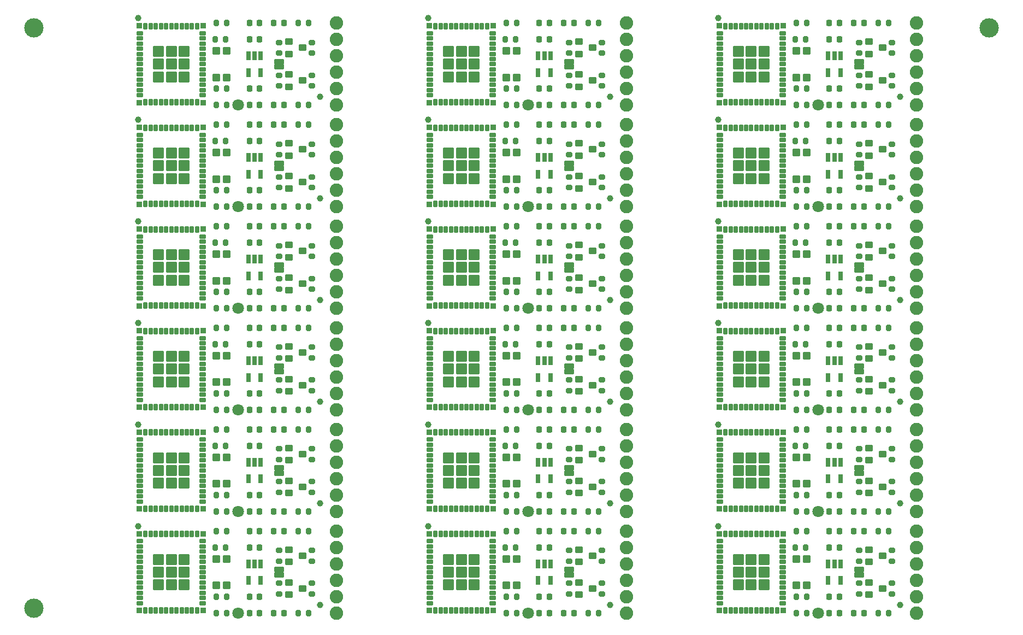
<source format=gts>
%TF.GenerationSoftware,KiCad,Pcbnew,7.0.6*%
%TF.CreationDate,2023-11-19T12:50:21-07:00*%
%TF.ProjectId,SparkFun_BlueSMiRF-ESP32-PTH_panelized,53706172-6b46-4756-9e5f-426c7565534d,rev?*%
%TF.SameCoordinates,Original*%
%TF.FileFunction,Soldermask,Top*%
%TF.FilePolarity,Negative*%
%FSLAX46Y46*%
G04 Gerber Fmt 4.6, Leading zero omitted, Abs format (unit mm)*
G04 Created by KiCad (PCBNEW 7.0.6) date 2023-11-19 12:50:21*
%MOMM*%
%LPD*%
G01*
G04 APERTURE LIST*
G04 Aperture macros list*
%AMRoundRect*
0 Rectangle with rounded corners*
0 $1 Rounding radius*
0 $2 $3 $4 $5 $6 $7 $8 $9 X,Y pos of 4 corners*
0 Add a 4 corners polygon primitive as box body*
4,1,4,$2,$3,$4,$5,$6,$7,$8,$9,$2,$3,0*
0 Add four circle primitives for the rounded corners*
1,1,$1+$1,$2,$3*
1,1,$1+$1,$4,$5*
1,1,$1+$1,$6,$7*
1,1,$1+$1,$8,$9*
0 Add four rect primitives between the rounded corners*
20,1,$1+$1,$2,$3,$4,$5,0*
20,1,$1+$1,$4,$5,$6,$7,0*
20,1,$1+$1,$6,$7,$8,$9,0*
20,1,$1+$1,$8,$9,$2,$3,0*%
G04 Aperture macros list end*
%ADD10C,1.000000*%
%ADD11RoundRect,0.218750X-0.218750X-0.256250X0.218750X-0.256250X0.218750X0.256250X-0.218750X0.256250X0*%
%ADD12RoundRect,0.101600X-0.450000X0.400000X-0.450000X-0.400000X0.450000X-0.400000X0.450000X0.400000X0*%
%ADD13C,3.000000*%
%ADD14RoundRect,0.200000X-0.200000X-0.275000X0.200000X-0.275000X0.200000X0.275000X-0.200000X0.275000X0*%
%ADD15RoundRect,0.200000X0.200000X0.275000X-0.200000X0.275000X-0.200000X-0.275000X0.200000X-0.275000X0*%
%ADD16C,1.803200*%
%ADD17RoundRect,0.101600X0.275000X0.600000X-0.275000X0.600000X-0.275000X-0.600000X0.275000X-0.600000X0*%
%ADD18RoundRect,0.225000X0.225000X0.250000X-0.225000X0.250000X-0.225000X-0.250000X0.225000X-0.250000X0*%
%ADD19RoundRect,0.200000X-0.275000X0.200000X-0.275000X-0.200000X0.275000X-0.200000X0.275000X0.200000X0*%
%ADD20RoundRect,0.200000X0.275000X-0.200000X0.275000X0.200000X-0.275000X0.200000X-0.275000X-0.200000X0*%
%ADD21RoundRect,0.101600X0.200000X0.400000X-0.200000X0.400000X-0.200000X-0.400000X0.200000X-0.400000X0*%
%ADD22RoundRect,0.101600X0.400000X-0.200000X0.400000X0.200000X-0.400000X0.200000X-0.400000X-0.200000X0*%
%ADD23RoundRect,0.101600X0.725000X-0.725000X0.725000X0.725000X-0.725000X0.725000X-0.725000X-0.725000X0*%
%ADD24RoundRect,0.101600X0.350000X-0.350000X0.350000X0.350000X-0.350000X0.350000X-0.350000X-0.350000X0*%
%ADD25C,2.082800*%
%ADD26RoundRect,0.101600X0.500000X-0.450000X0.500000X0.450000X-0.500000X0.450000X-0.500000X-0.450000X0*%
%ADD27RoundRect,0.085000X-0.635000X0.317500X-0.635000X-0.317500X0.635000X-0.317500X0.635000X0.317500X0*%
G04 APERTURE END LIST*
D10*
%TO.C,FID2*%
X34290000Y2540000D03*
%TD*%
%TO.C,FID2*%
X79240000Y49760000D03*
%TD*%
%TO.C,FID2*%
X79240000Y18280000D03*
%TD*%
%TO.C,FID2*%
X79240000Y65500000D03*
%TD*%
%TO.C,FID2*%
X79240000Y81240000D03*
%TD*%
%TO.C,FID2*%
X34290000Y18280000D03*
%TD*%
%TO.C,FID2*%
X34290000Y49760000D03*
%TD*%
%TO.C,FID2*%
X124190000Y2540000D03*
%TD*%
%TO.C,FID2*%
X34290000Y81240000D03*
%TD*%
%TO.C,FID2*%
X79240000Y2540000D03*
%TD*%
%TO.C,FID2*%
X34290000Y34020000D03*
%TD*%
%TO.C,FID2*%
X34290000Y65500000D03*
%TD*%
%TO.C,FID2*%
X79240000Y34020000D03*
%TD*%
%TO.C,FID2*%
X124190000Y65500000D03*
%TD*%
%TO.C,FID2*%
X124190000Y18280000D03*
%TD*%
%TO.C,FID2*%
X124190000Y49760000D03*
%TD*%
%TO.C,FID2*%
X124190000Y34020000D03*
%TD*%
%TO.C,FID2*%
X124190000Y81240000D03*
%TD*%
D11*
%TO.C,D1*%
X27152500Y13970000D03*
X28727500Y13970000D03*
%TD*%
%TO.C,D1*%
X117052500Y61190000D03*
X118627500Y61190000D03*
%TD*%
%TO.C,D1*%
X117052500Y76930000D03*
X118627500Y76930000D03*
%TD*%
%TO.C,D1*%
X72102500Y29710000D03*
X73677500Y29710000D03*
%TD*%
%TO.C,D1*%
X117052500Y13970000D03*
X118627500Y13970000D03*
%TD*%
%TO.C,D1*%
X72102500Y76930000D03*
X73677500Y76930000D03*
%TD*%
%TO.C,D1*%
X27152500Y76930000D03*
X28727500Y76930000D03*
%TD*%
%TO.C,D1*%
X72102500Y61190000D03*
X73677500Y61190000D03*
%TD*%
%TO.C,D1*%
X27152500Y61190000D03*
X28727500Y61190000D03*
%TD*%
%TO.C,D1*%
X27152500Y29710000D03*
X28727500Y29710000D03*
%TD*%
%TO.C,D1*%
X27152500Y45450000D03*
X28727500Y45450000D03*
%TD*%
%TO.C,D1*%
X72102500Y13970000D03*
X73677500Y13970000D03*
%TD*%
%TO.C,D1*%
X27152500Y92670000D03*
X28727500Y92670000D03*
%TD*%
%TO.C,D1*%
X72102500Y45450000D03*
X73677500Y45450000D03*
%TD*%
%TO.C,D1*%
X72102500Y92670000D03*
X73677500Y92670000D03*
%TD*%
%TO.C,D1*%
X117052500Y29710000D03*
X118627500Y29710000D03*
%TD*%
%TO.C,D1*%
X117052500Y45450000D03*
X118627500Y45450000D03*
%TD*%
%TO.C,D1*%
X117052500Y92670000D03*
X118627500Y92670000D03*
%TD*%
D12*
%TO.C,Q2*%
X29480000Y11110000D03*
X29480000Y9210000D03*
X31580000Y10160000D03*
%TD*%
%TO.C,Q2*%
X119380000Y42590000D03*
X119380000Y40690000D03*
X121480000Y41640000D03*
%TD*%
%TO.C,Q2*%
X29480000Y58330000D03*
X29480000Y56430000D03*
X31580000Y57380000D03*
%TD*%
%TO.C,Q2*%
X119380000Y58330000D03*
X119380000Y56430000D03*
X121480000Y57380000D03*
%TD*%
%TO.C,Q2*%
X119380000Y89810000D03*
X119380000Y87910000D03*
X121480000Y88860000D03*
%TD*%
%TO.C,Q2*%
X119380000Y74070000D03*
X119380000Y72170000D03*
X121480000Y73120000D03*
%TD*%
%TO.C,Q2*%
X74430000Y74070000D03*
X74430000Y72170000D03*
X76530000Y73120000D03*
%TD*%
%TO.C,Q2*%
X29480000Y89810000D03*
X29480000Y87910000D03*
X31580000Y88860000D03*
%TD*%
%TO.C,Q2*%
X29480000Y26850000D03*
X29480000Y24950000D03*
X31580000Y25900000D03*
%TD*%
%TO.C,Q2*%
X74430000Y26850000D03*
X74430000Y24950000D03*
X76530000Y25900000D03*
%TD*%
%TO.C,Q2*%
X29480000Y74070000D03*
X29480000Y72170000D03*
X31580000Y73120000D03*
%TD*%
%TO.C,Q2*%
X74430000Y11110000D03*
X74430000Y9210000D03*
X76530000Y10160000D03*
%TD*%
%TO.C,Q2*%
X74430000Y42590000D03*
X74430000Y40690000D03*
X76530000Y41640000D03*
%TD*%
%TO.C,Q2*%
X74430000Y58330000D03*
X74430000Y56430000D03*
X76530000Y57380000D03*
%TD*%
%TO.C,Q2*%
X74430000Y89810000D03*
X74430000Y87910000D03*
X76530000Y88860000D03*
%TD*%
%TO.C,Q2*%
X119380000Y11110000D03*
X119380000Y9210000D03*
X121480000Y10160000D03*
%TD*%
%TO.C,Q2*%
X29480000Y42590000D03*
X29480000Y40690000D03*
X31580000Y41640000D03*
%TD*%
%TO.C,Q2*%
X119380000Y26850000D03*
X119380000Y24950000D03*
X121480000Y25900000D03*
%TD*%
D13*
%TO.C,*%
X138025000Y91940000D03*
%TD*%
D14*
%TO.C,R3*%
X18225000Y13970000D03*
X19875000Y13970000D03*
%TD*%
%TO.C,R3*%
X18225000Y29710000D03*
X19875000Y29710000D03*
%TD*%
%TO.C,R3*%
X18225000Y45450000D03*
X19875000Y45450000D03*
%TD*%
%TO.C,R3*%
X18225000Y61190000D03*
X19875000Y61190000D03*
%TD*%
%TO.C,R3*%
X63175000Y29710000D03*
X64825000Y29710000D03*
%TD*%
%TO.C,R3*%
X108125000Y29710000D03*
X109775000Y29710000D03*
%TD*%
%TO.C,R3*%
X108125000Y13970000D03*
X109775000Y13970000D03*
%TD*%
%TO.C,R3*%
X63175000Y45450000D03*
X64825000Y45450000D03*
%TD*%
%TO.C,R3*%
X108125000Y61190000D03*
X109775000Y61190000D03*
%TD*%
%TO.C,R3*%
X108125000Y76930000D03*
X109775000Y76930000D03*
%TD*%
%TO.C,R3*%
X63175000Y76930000D03*
X64825000Y76930000D03*
%TD*%
%TO.C,R3*%
X63175000Y61190000D03*
X64825000Y61190000D03*
%TD*%
%TO.C,R3*%
X18225000Y76930000D03*
X19875000Y76930000D03*
%TD*%
%TO.C,R3*%
X63175000Y13970000D03*
X64825000Y13970000D03*
%TD*%
%TO.C,R3*%
X108125000Y92670000D03*
X109775000Y92670000D03*
%TD*%
%TO.C,R3*%
X18225000Y92670000D03*
X19875000Y92670000D03*
%TD*%
%TO.C,R3*%
X63175000Y92670000D03*
X64825000Y92670000D03*
%TD*%
%TO.C,R3*%
X108125000Y45450000D03*
X109775000Y45450000D03*
%TD*%
D15*
%TO.C,R5*%
X32575000Y13970000D03*
X30925000Y13970000D03*
%TD*%
%TO.C,R5*%
X32575000Y61190000D03*
X30925000Y61190000D03*
%TD*%
%TO.C,R5*%
X32575000Y76930000D03*
X30925000Y76930000D03*
%TD*%
%TO.C,R5*%
X77525000Y29710000D03*
X75875000Y29710000D03*
%TD*%
%TO.C,R5*%
X32575000Y92670000D03*
X30925000Y92670000D03*
%TD*%
%TO.C,R5*%
X77525000Y13970000D03*
X75875000Y13970000D03*
%TD*%
%TO.C,R5*%
X32575000Y45450000D03*
X30925000Y45450000D03*
%TD*%
%TO.C,R5*%
X32575000Y29710000D03*
X30925000Y29710000D03*
%TD*%
%TO.C,R5*%
X122475000Y92670000D03*
X120825000Y92670000D03*
%TD*%
%TO.C,R5*%
X77525000Y76930000D03*
X75875000Y76930000D03*
%TD*%
%TO.C,R5*%
X77525000Y92670000D03*
X75875000Y92670000D03*
%TD*%
%TO.C,R5*%
X122475000Y76930000D03*
X120825000Y76930000D03*
%TD*%
%TO.C,R5*%
X77525000Y61190000D03*
X75875000Y61190000D03*
%TD*%
%TO.C,R5*%
X122475000Y45450000D03*
X120825000Y45450000D03*
%TD*%
%TO.C,R5*%
X77525000Y45450000D03*
X75875000Y45450000D03*
%TD*%
%TO.C,R5*%
X122475000Y13970000D03*
X120825000Y13970000D03*
%TD*%
%TO.C,R5*%
X122475000Y29710000D03*
X120825000Y29710000D03*
%TD*%
%TO.C,R5*%
X122475000Y61190000D03*
X120825000Y61190000D03*
%TD*%
D13*
%TO.C,*%
X-10025000Y91940000D03*
%TD*%
D16*
%TO.C,TP1*%
X21590000Y1270000D03*
%TD*%
%TO.C,TP1*%
X21590000Y17010000D03*
%TD*%
%TO.C,TP1*%
X21590000Y64230000D03*
%TD*%
%TO.C,TP1*%
X66540000Y1270000D03*
%TD*%
%TO.C,TP1*%
X111490000Y17010000D03*
%TD*%
%TO.C,TP1*%
X21590000Y32750000D03*
%TD*%
%TO.C,TP1*%
X21590000Y48490000D03*
%TD*%
%TO.C,TP1*%
X21590000Y79970000D03*
%TD*%
%TO.C,TP1*%
X66540000Y17010000D03*
%TD*%
%TO.C,TP1*%
X66540000Y32750000D03*
%TD*%
%TO.C,TP1*%
X66540000Y48490000D03*
%TD*%
%TO.C,TP1*%
X66540000Y64230000D03*
%TD*%
%TO.C,TP1*%
X66540000Y79970000D03*
%TD*%
%TO.C,TP1*%
X111490000Y1270000D03*
%TD*%
%TO.C,TP1*%
X111490000Y32750000D03*
%TD*%
%TO.C,TP1*%
X111490000Y64230000D03*
%TD*%
%TO.C,TP1*%
X111490000Y79970000D03*
%TD*%
%TO.C,TP1*%
X111490000Y48490000D03*
%TD*%
D17*
%TO.C,U2*%
X25080000Y8920100D03*
X24130000Y8920100D03*
X23180000Y8920100D03*
X23180000Y6319900D03*
X25080000Y6319900D03*
%TD*%
%TO.C,U2*%
X114980000Y24660100D03*
X114030000Y24660100D03*
X113080000Y24660100D03*
X113080000Y22059900D03*
X114980000Y22059900D03*
%TD*%
%TO.C,U2*%
X25080000Y71880100D03*
X24130000Y71880100D03*
X23180000Y71880100D03*
X23180000Y69279900D03*
X25080000Y69279900D03*
%TD*%
%TO.C,U2*%
X70030000Y40400100D03*
X69080000Y40400100D03*
X68130000Y40400100D03*
X68130000Y37799900D03*
X70030000Y37799900D03*
%TD*%
%TO.C,U2*%
X70030000Y24660100D03*
X69080000Y24660100D03*
X68130000Y24660100D03*
X68130000Y22059900D03*
X70030000Y22059900D03*
%TD*%
%TO.C,U2*%
X25080000Y24660100D03*
X24130000Y24660100D03*
X23180000Y24660100D03*
X23180000Y22059900D03*
X25080000Y22059900D03*
%TD*%
%TO.C,U2*%
X25080000Y56140100D03*
X24130000Y56140100D03*
X23180000Y56140100D03*
X23180000Y53539900D03*
X25080000Y53539900D03*
%TD*%
%TO.C,U2*%
X25080000Y87620100D03*
X24130000Y87620100D03*
X23180000Y87620100D03*
X23180000Y85019900D03*
X25080000Y85019900D03*
%TD*%
%TO.C,U2*%
X70030000Y56140100D03*
X69080000Y56140100D03*
X68130000Y56140100D03*
X68130000Y53539900D03*
X70030000Y53539900D03*
%TD*%
%TO.C,U2*%
X70030000Y71880100D03*
X69080000Y71880100D03*
X68130000Y71880100D03*
X68130000Y69279900D03*
X70030000Y69279900D03*
%TD*%
%TO.C,U2*%
X70030000Y87620100D03*
X69080000Y87620100D03*
X68130000Y87620100D03*
X68130000Y85019900D03*
X70030000Y85019900D03*
%TD*%
%TO.C,U2*%
X114980000Y8920100D03*
X114030000Y8920100D03*
X113080000Y8920100D03*
X113080000Y6319900D03*
X114980000Y6319900D03*
%TD*%
%TO.C,U2*%
X25080000Y40400100D03*
X24130000Y40400100D03*
X23180000Y40400100D03*
X23180000Y37799900D03*
X25080000Y37799900D03*
%TD*%
%TO.C,U2*%
X70030000Y8920100D03*
X69080000Y8920100D03*
X68130000Y8920100D03*
X68130000Y6319900D03*
X70030000Y6319900D03*
%TD*%
%TO.C,U2*%
X114980000Y87620100D03*
X114030000Y87620100D03*
X113080000Y87620100D03*
X113080000Y85019900D03*
X114980000Y85019900D03*
%TD*%
%TO.C,U2*%
X114980000Y40400100D03*
X114030000Y40400100D03*
X113080000Y40400100D03*
X113080000Y37799900D03*
X114980000Y37799900D03*
%TD*%
%TO.C,U2*%
X114980000Y56140100D03*
X114030000Y56140100D03*
X113080000Y56140100D03*
X113080000Y53539900D03*
X114980000Y53539900D03*
%TD*%
%TO.C,U2*%
X114980000Y71880100D03*
X114030000Y71880100D03*
X113080000Y71880100D03*
X113080000Y69279900D03*
X114980000Y69279900D03*
%TD*%
D18*
%TO.C,C1*%
X24905000Y11430000D03*
X23355000Y11430000D03*
%TD*%
%TO.C,C1*%
X114805000Y74390000D03*
X113255000Y74390000D03*
%TD*%
%TO.C,C1*%
X114805000Y90130000D03*
X113255000Y90130000D03*
%TD*%
%TO.C,C1*%
X24905000Y74390000D03*
X23355000Y74390000D03*
%TD*%
%TO.C,C1*%
X69855000Y90130000D03*
X68305000Y90130000D03*
%TD*%
%TO.C,C1*%
X114805000Y11430000D03*
X113255000Y11430000D03*
%TD*%
%TO.C,C1*%
X24905000Y27170000D03*
X23355000Y27170000D03*
%TD*%
%TO.C,C1*%
X24905000Y42910000D03*
X23355000Y42910000D03*
%TD*%
%TO.C,C1*%
X24905000Y90130000D03*
X23355000Y90130000D03*
%TD*%
%TO.C,C1*%
X69855000Y11430000D03*
X68305000Y11430000D03*
%TD*%
%TO.C,C1*%
X24905000Y58650000D03*
X23355000Y58650000D03*
%TD*%
%TO.C,C1*%
X69855000Y42910000D03*
X68305000Y42910000D03*
%TD*%
%TO.C,C1*%
X69855000Y58650000D03*
X68305000Y58650000D03*
%TD*%
%TO.C,C1*%
X69855000Y74390000D03*
X68305000Y74390000D03*
%TD*%
%TO.C,C1*%
X114805000Y27170000D03*
X113255000Y27170000D03*
%TD*%
%TO.C,C1*%
X69855000Y27170000D03*
X68305000Y27170000D03*
%TD*%
%TO.C,C1*%
X114805000Y42910000D03*
X113255000Y42910000D03*
%TD*%
%TO.C,C1*%
X114805000Y58650000D03*
X113255000Y58650000D03*
%TD*%
D19*
%TO.C,R9*%
X33020000Y5905000D03*
X33020000Y4255000D03*
%TD*%
%TO.C,R9*%
X77970000Y68865000D03*
X77970000Y67215000D03*
%TD*%
%TO.C,R9*%
X33020000Y53125000D03*
X33020000Y51475000D03*
%TD*%
%TO.C,R9*%
X77970000Y21645000D03*
X77970000Y19995000D03*
%TD*%
%TO.C,R9*%
X33020000Y21645000D03*
X33020000Y19995000D03*
%TD*%
%TO.C,R9*%
X77970000Y5905000D03*
X77970000Y4255000D03*
%TD*%
%TO.C,R9*%
X77970000Y53125000D03*
X77970000Y51475000D03*
%TD*%
%TO.C,R9*%
X33020000Y37385000D03*
X33020000Y35735000D03*
%TD*%
%TO.C,R9*%
X33020000Y84605000D03*
X33020000Y82955000D03*
%TD*%
%TO.C,R9*%
X122920000Y5905000D03*
X122920000Y4255000D03*
%TD*%
%TO.C,R9*%
X77970000Y84605000D03*
X77970000Y82955000D03*
%TD*%
%TO.C,R9*%
X33020000Y68865000D03*
X33020000Y67215000D03*
%TD*%
%TO.C,R9*%
X122920000Y21645000D03*
X122920000Y19995000D03*
%TD*%
%TO.C,R9*%
X77970000Y37385000D03*
X77970000Y35735000D03*
%TD*%
%TO.C,R9*%
X122920000Y37385000D03*
X122920000Y35735000D03*
%TD*%
%TO.C,R9*%
X122920000Y53125000D03*
X122920000Y51475000D03*
%TD*%
%TO.C,R9*%
X122920000Y68865000D03*
X122920000Y67215000D03*
%TD*%
%TO.C,R9*%
X122920000Y84605000D03*
X122920000Y82955000D03*
%TD*%
D18*
%TO.C,C3*%
X24905000Y3810000D03*
X23355000Y3810000D03*
%TD*%
%TO.C,C3*%
X69855000Y19550000D03*
X68305000Y19550000D03*
%TD*%
%TO.C,C3*%
X69855000Y51030000D03*
X68305000Y51030000D03*
%TD*%
%TO.C,C3*%
X114805000Y3810000D03*
X113255000Y3810000D03*
%TD*%
%TO.C,C3*%
X24905000Y66770000D03*
X23355000Y66770000D03*
%TD*%
%TO.C,C3*%
X24905000Y19550000D03*
X23355000Y19550000D03*
%TD*%
%TO.C,C3*%
X69855000Y66770000D03*
X68305000Y66770000D03*
%TD*%
%TO.C,C3*%
X114805000Y35290000D03*
X113255000Y35290000D03*
%TD*%
%TO.C,C3*%
X24905000Y35290000D03*
X23355000Y35290000D03*
%TD*%
%TO.C,C3*%
X24905000Y82510000D03*
X23355000Y82510000D03*
%TD*%
%TO.C,C3*%
X69855000Y3810000D03*
X68305000Y3810000D03*
%TD*%
%TO.C,C3*%
X24905000Y51030000D03*
X23355000Y51030000D03*
%TD*%
%TO.C,C3*%
X69855000Y35290000D03*
X68305000Y35290000D03*
%TD*%
%TO.C,C3*%
X69855000Y82510000D03*
X68305000Y82510000D03*
%TD*%
%TO.C,C3*%
X114805000Y19550000D03*
X113255000Y19550000D03*
%TD*%
%TO.C,C3*%
X114805000Y51030000D03*
X113255000Y51030000D03*
%TD*%
%TO.C,C3*%
X114805000Y66770000D03*
X113255000Y66770000D03*
%TD*%
%TO.C,C3*%
X114805000Y82510000D03*
X113255000Y82510000D03*
%TD*%
D15*
%TO.C,R1*%
X19875000Y1270000D03*
X18225000Y1270000D03*
%TD*%
%TO.C,R1*%
X109775000Y32750000D03*
X108125000Y32750000D03*
%TD*%
%TO.C,R1*%
X19875000Y32750000D03*
X18225000Y32750000D03*
%TD*%
%TO.C,R1*%
X109775000Y1270000D03*
X108125000Y1270000D03*
%TD*%
%TO.C,R1*%
X64825000Y32750000D03*
X63175000Y32750000D03*
%TD*%
%TO.C,R1*%
X19875000Y64230000D03*
X18225000Y64230000D03*
%TD*%
%TO.C,R1*%
X64825000Y1270000D03*
X63175000Y1270000D03*
%TD*%
%TO.C,R1*%
X64825000Y17010000D03*
X63175000Y17010000D03*
%TD*%
%TO.C,R1*%
X19875000Y79970000D03*
X18225000Y79970000D03*
%TD*%
%TO.C,R1*%
X19875000Y17010000D03*
X18225000Y17010000D03*
%TD*%
%TO.C,R1*%
X64825000Y48490000D03*
X63175000Y48490000D03*
%TD*%
%TO.C,R1*%
X64825000Y64230000D03*
X63175000Y64230000D03*
%TD*%
%TO.C,R1*%
X64825000Y79970000D03*
X63175000Y79970000D03*
%TD*%
%TO.C,R1*%
X109775000Y17010000D03*
X108125000Y17010000D03*
%TD*%
%TO.C,R1*%
X19875000Y48490000D03*
X18225000Y48490000D03*
%TD*%
%TO.C,R1*%
X109775000Y79970000D03*
X108125000Y79970000D03*
%TD*%
%TO.C,R1*%
X109775000Y48490000D03*
X108125000Y48490000D03*
%TD*%
%TO.C,R1*%
X109775000Y64230000D03*
X108125000Y64230000D03*
%TD*%
D12*
%TO.C,Q1*%
X29480000Y6030000D03*
X29480000Y4130000D03*
X31580000Y5080000D03*
%TD*%
%TO.C,Q1*%
X74430000Y84730000D03*
X74430000Y82830000D03*
X76530000Y83780000D03*
%TD*%
%TO.C,Q1*%
X74430000Y6030000D03*
X74430000Y4130000D03*
X76530000Y5080000D03*
%TD*%
%TO.C,Q1*%
X74430000Y21770000D03*
X74430000Y19870000D03*
X76530000Y20820000D03*
%TD*%
%TO.C,Q1*%
X74430000Y37510000D03*
X74430000Y35610000D03*
X76530000Y36560000D03*
%TD*%
%TO.C,Q1*%
X29480000Y84730000D03*
X29480000Y82830000D03*
X31580000Y83780000D03*
%TD*%
%TO.C,Q1*%
X74430000Y53250000D03*
X74430000Y51350000D03*
X76530000Y52300000D03*
%TD*%
%TO.C,Q1*%
X74430000Y68990000D03*
X74430000Y67090000D03*
X76530000Y68040000D03*
%TD*%
%TO.C,Q1*%
X29480000Y37510000D03*
X29480000Y35610000D03*
X31580000Y36560000D03*
%TD*%
%TO.C,Q1*%
X119380000Y68990000D03*
X119380000Y67090000D03*
X121480000Y68040000D03*
%TD*%
%TO.C,Q1*%
X29480000Y68990000D03*
X29480000Y67090000D03*
X31580000Y68040000D03*
%TD*%
%TO.C,Q1*%
X119380000Y6030000D03*
X119380000Y4130000D03*
X121480000Y5080000D03*
%TD*%
%TO.C,Q1*%
X119380000Y84730000D03*
X119380000Y82830000D03*
X121480000Y83780000D03*
%TD*%
%TO.C,Q1*%
X119380000Y37510000D03*
X119380000Y35610000D03*
X121480000Y36560000D03*
%TD*%
%TO.C,Q1*%
X119380000Y21770000D03*
X119380000Y19870000D03*
X121480000Y20820000D03*
%TD*%
%TO.C,Q1*%
X29480000Y21770000D03*
X29480000Y19870000D03*
X31580000Y20820000D03*
%TD*%
%TO.C,Q1*%
X29480000Y53250000D03*
X29480000Y51350000D03*
X31580000Y52300000D03*
%TD*%
%TO.C,Q1*%
X119380000Y53250000D03*
X119380000Y51350000D03*
X121480000Y52300000D03*
%TD*%
D20*
%TO.C,R10*%
X33020000Y9335000D03*
X33020000Y10985000D03*
%TD*%
%TO.C,R10*%
X33020000Y40815000D03*
X33020000Y42465000D03*
%TD*%
%TO.C,R10*%
X33020000Y88035000D03*
X33020000Y89685000D03*
%TD*%
%TO.C,R10*%
X77970000Y25075000D03*
X77970000Y26725000D03*
%TD*%
%TO.C,R10*%
X33020000Y25075000D03*
X33020000Y26725000D03*
%TD*%
%TO.C,R10*%
X33020000Y56555000D03*
X33020000Y58205000D03*
%TD*%
%TO.C,R10*%
X33020000Y72295000D03*
X33020000Y73945000D03*
%TD*%
%TO.C,R10*%
X77970000Y9335000D03*
X77970000Y10985000D03*
%TD*%
%TO.C,R10*%
X77970000Y40815000D03*
X77970000Y42465000D03*
%TD*%
%TO.C,R10*%
X77970000Y56555000D03*
X77970000Y58205000D03*
%TD*%
%TO.C,R10*%
X122920000Y56555000D03*
X122920000Y58205000D03*
%TD*%
%TO.C,R10*%
X122920000Y72295000D03*
X122920000Y73945000D03*
%TD*%
%TO.C,R10*%
X122920000Y88035000D03*
X122920000Y89685000D03*
%TD*%
%TO.C,R10*%
X77970000Y72295000D03*
X77970000Y73945000D03*
%TD*%
%TO.C,R10*%
X122920000Y9335000D03*
X122920000Y10985000D03*
%TD*%
%TO.C,R10*%
X77970000Y88035000D03*
X77970000Y89685000D03*
%TD*%
%TO.C,R10*%
X122920000Y25075000D03*
X122920000Y26725000D03*
%TD*%
%TO.C,R10*%
X122920000Y40815000D03*
X122920000Y42465000D03*
%TD*%
D13*
%TO.C,*%
X-10025000Y2000000D03*
%TD*%
D14*
%TO.C,R2*%
X18225000Y3810000D03*
X19875000Y3810000D03*
%TD*%
%TO.C,R2*%
X18225000Y35290000D03*
X19875000Y35290000D03*
%TD*%
%TO.C,R2*%
X18225000Y51030000D03*
X19875000Y51030000D03*
%TD*%
%TO.C,R2*%
X18225000Y19550000D03*
X19875000Y19550000D03*
%TD*%
%TO.C,R2*%
X18225000Y66770000D03*
X19875000Y66770000D03*
%TD*%
%TO.C,R2*%
X18225000Y82510000D03*
X19875000Y82510000D03*
%TD*%
%TO.C,R2*%
X108125000Y3810000D03*
X109775000Y3810000D03*
%TD*%
%TO.C,R2*%
X108125000Y51030000D03*
X109775000Y51030000D03*
%TD*%
%TO.C,R2*%
X108125000Y82510000D03*
X109775000Y82510000D03*
%TD*%
%TO.C,R2*%
X63175000Y35290000D03*
X64825000Y35290000D03*
%TD*%
%TO.C,R2*%
X63175000Y51030000D03*
X64825000Y51030000D03*
%TD*%
%TO.C,R2*%
X108125000Y66770000D03*
X109775000Y66770000D03*
%TD*%
%TO.C,R2*%
X63175000Y3810000D03*
X64825000Y3810000D03*
%TD*%
%TO.C,R2*%
X63175000Y66770000D03*
X64825000Y66770000D03*
%TD*%
%TO.C,R2*%
X63175000Y19550000D03*
X64825000Y19550000D03*
%TD*%
%TO.C,R2*%
X63175000Y82510000D03*
X64825000Y82510000D03*
%TD*%
%TO.C,R2*%
X108125000Y19550000D03*
X109775000Y19550000D03*
%TD*%
%TO.C,R2*%
X108125000Y35290000D03*
X109775000Y35290000D03*
%TD*%
D21*
%TO.C,U1*%
X7250000Y1720000D03*
X8050000Y1720000D03*
X8850000Y1720000D03*
X9650000Y1720000D03*
X10450000Y1720000D03*
X11250000Y1720000D03*
X12050000Y1720000D03*
X12850000Y1720000D03*
X13650000Y1720000D03*
X14450000Y1720000D03*
X15250000Y1720000D03*
D22*
X16150000Y2820000D03*
X16150000Y3620000D03*
X16150000Y4420000D03*
X16150000Y5220000D03*
X16150000Y6020000D03*
X16150000Y6820000D03*
X16150000Y7620000D03*
X16150000Y8420000D03*
X16150000Y9220000D03*
X16150000Y10020000D03*
X16150000Y10820000D03*
X16150000Y11620000D03*
X16150000Y12420000D03*
D21*
X15250000Y13520000D03*
X14450000Y13520000D03*
X13650000Y13520000D03*
X12850000Y13520000D03*
X12050000Y13520000D03*
X11250000Y13520000D03*
X10450000Y13520000D03*
X9650000Y13520000D03*
X8850000Y13520000D03*
X8050000Y13520000D03*
X7250000Y13520000D03*
D22*
X6350000Y12420000D03*
X6350000Y11620000D03*
X6350000Y10820000D03*
X6350000Y10020000D03*
X6350000Y9220000D03*
X6350000Y8420000D03*
X6350000Y7620000D03*
X6350000Y6820000D03*
X6350000Y6020000D03*
X6350000Y5220000D03*
X6350000Y4420000D03*
X6350000Y3620000D03*
X6350000Y2820000D03*
D23*
X9275000Y5645000D03*
X11250000Y5645000D03*
X13225000Y5645000D03*
X13225000Y7620000D03*
X13225000Y9595000D03*
X11250000Y9595000D03*
X9275000Y9595000D03*
X9275000Y7620000D03*
X11250000Y7620000D03*
D24*
X6300000Y13570000D03*
X16200000Y13570000D03*
X16200000Y1670000D03*
X6300000Y1670000D03*
%TD*%
D21*
%TO.C,U1*%
X7250000Y33200000D03*
X8050000Y33200000D03*
X8850000Y33200000D03*
X9650000Y33200000D03*
X10450000Y33200000D03*
X11250000Y33200000D03*
X12050000Y33200000D03*
X12850000Y33200000D03*
X13650000Y33200000D03*
X14450000Y33200000D03*
X15250000Y33200000D03*
D22*
X16150000Y34300000D03*
X16150000Y35100000D03*
X16150000Y35900000D03*
X16150000Y36700000D03*
X16150000Y37500000D03*
X16150000Y38300000D03*
X16150000Y39100000D03*
X16150000Y39900000D03*
X16150000Y40700000D03*
X16150000Y41500000D03*
X16150000Y42300000D03*
X16150000Y43100000D03*
X16150000Y43900000D03*
D21*
X15250000Y45000000D03*
X14450000Y45000000D03*
X13650000Y45000000D03*
X12850000Y45000000D03*
X12050000Y45000000D03*
X11250000Y45000000D03*
X10450000Y45000000D03*
X9650000Y45000000D03*
X8850000Y45000000D03*
X8050000Y45000000D03*
X7250000Y45000000D03*
D22*
X6350000Y43900000D03*
X6350000Y43100000D03*
X6350000Y42300000D03*
X6350000Y41500000D03*
X6350000Y40700000D03*
X6350000Y39900000D03*
X6350000Y39100000D03*
X6350000Y38300000D03*
X6350000Y37500000D03*
X6350000Y36700000D03*
X6350000Y35900000D03*
X6350000Y35100000D03*
X6350000Y34300000D03*
D23*
X9275000Y37125000D03*
X11250000Y37125000D03*
X13225000Y37125000D03*
X13225000Y39100000D03*
X13225000Y41075000D03*
X11250000Y41075000D03*
X9275000Y41075000D03*
X9275000Y39100000D03*
X11250000Y39100000D03*
D24*
X6300000Y45050000D03*
X16200000Y45050000D03*
X16200000Y33150000D03*
X6300000Y33150000D03*
%TD*%
D21*
%TO.C,U1*%
X7250000Y64680000D03*
X8050000Y64680000D03*
X8850000Y64680000D03*
X9650000Y64680000D03*
X10450000Y64680000D03*
X11250000Y64680000D03*
X12050000Y64680000D03*
X12850000Y64680000D03*
X13650000Y64680000D03*
X14450000Y64680000D03*
X15250000Y64680000D03*
D22*
X16150000Y65780000D03*
X16150000Y66580000D03*
X16150000Y67380000D03*
X16150000Y68180000D03*
X16150000Y68980000D03*
X16150000Y69780000D03*
X16150000Y70580000D03*
X16150000Y71380000D03*
X16150000Y72180000D03*
X16150000Y72980000D03*
X16150000Y73780000D03*
X16150000Y74580000D03*
X16150000Y75380000D03*
D21*
X15250000Y76480000D03*
X14450000Y76480000D03*
X13650000Y76480000D03*
X12850000Y76480000D03*
X12050000Y76480000D03*
X11250000Y76480000D03*
X10450000Y76480000D03*
X9650000Y76480000D03*
X8850000Y76480000D03*
X8050000Y76480000D03*
X7250000Y76480000D03*
D22*
X6350000Y75380000D03*
X6350000Y74580000D03*
X6350000Y73780000D03*
X6350000Y72980000D03*
X6350000Y72180000D03*
X6350000Y71380000D03*
X6350000Y70580000D03*
X6350000Y69780000D03*
X6350000Y68980000D03*
X6350000Y68180000D03*
X6350000Y67380000D03*
X6350000Y66580000D03*
X6350000Y65780000D03*
D23*
X9275000Y68605000D03*
X11250000Y68605000D03*
X13225000Y68605000D03*
X13225000Y70580000D03*
X13225000Y72555000D03*
X11250000Y72555000D03*
X9275000Y72555000D03*
X9275000Y70580000D03*
X11250000Y70580000D03*
D24*
X6300000Y76530000D03*
X16200000Y76530000D03*
X16200000Y64630000D03*
X6300000Y64630000D03*
%TD*%
D21*
%TO.C,U1*%
X7250000Y48940000D03*
X8050000Y48940000D03*
X8850000Y48940000D03*
X9650000Y48940000D03*
X10450000Y48940000D03*
X11250000Y48940000D03*
X12050000Y48940000D03*
X12850000Y48940000D03*
X13650000Y48940000D03*
X14450000Y48940000D03*
X15250000Y48940000D03*
D22*
X16150000Y50040000D03*
X16150000Y50840000D03*
X16150000Y51640000D03*
X16150000Y52440000D03*
X16150000Y53240000D03*
X16150000Y54040000D03*
X16150000Y54840000D03*
X16150000Y55640000D03*
X16150000Y56440000D03*
X16150000Y57240000D03*
X16150000Y58040000D03*
X16150000Y58840000D03*
X16150000Y59640000D03*
D21*
X15250000Y60740000D03*
X14450000Y60740000D03*
X13650000Y60740000D03*
X12850000Y60740000D03*
X12050000Y60740000D03*
X11250000Y60740000D03*
X10450000Y60740000D03*
X9650000Y60740000D03*
X8850000Y60740000D03*
X8050000Y60740000D03*
X7250000Y60740000D03*
D22*
X6350000Y59640000D03*
X6350000Y58840000D03*
X6350000Y58040000D03*
X6350000Y57240000D03*
X6350000Y56440000D03*
X6350000Y55640000D03*
X6350000Y54840000D03*
X6350000Y54040000D03*
X6350000Y53240000D03*
X6350000Y52440000D03*
X6350000Y51640000D03*
X6350000Y50840000D03*
X6350000Y50040000D03*
D23*
X9275000Y52865000D03*
X11250000Y52865000D03*
X13225000Y52865000D03*
X13225000Y54840000D03*
X13225000Y56815000D03*
X11250000Y56815000D03*
X9275000Y56815000D03*
X9275000Y54840000D03*
X11250000Y54840000D03*
D24*
X6300000Y60790000D03*
X16200000Y60790000D03*
X16200000Y48890000D03*
X6300000Y48890000D03*
%TD*%
D21*
%TO.C,U1*%
X7250000Y80420000D03*
X8050000Y80420000D03*
X8850000Y80420000D03*
X9650000Y80420000D03*
X10450000Y80420000D03*
X11250000Y80420000D03*
X12050000Y80420000D03*
X12850000Y80420000D03*
X13650000Y80420000D03*
X14450000Y80420000D03*
X15250000Y80420000D03*
D22*
X16150000Y81520000D03*
X16150000Y82320000D03*
X16150000Y83120000D03*
X16150000Y83920000D03*
X16150000Y84720000D03*
X16150000Y85520000D03*
X16150000Y86320000D03*
X16150000Y87120000D03*
X16150000Y87920000D03*
X16150000Y88720000D03*
X16150000Y89520000D03*
X16150000Y90320000D03*
X16150000Y91120000D03*
D21*
X15250000Y92220000D03*
X14450000Y92220000D03*
X13650000Y92220000D03*
X12850000Y92220000D03*
X12050000Y92220000D03*
X11250000Y92220000D03*
X10450000Y92220000D03*
X9650000Y92220000D03*
X8850000Y92220000D03*
X8050000Y92220000D03*
X7250000Y92220000D03*
D22*
X6350000Y91120000D03*
X6350000Y90320000D03*
X6350000Y89520000D03*
X6350000Y88720000D03*
X6350000Y87920000D03*
X6350000Y87120000D03*
X6350000Y86320000D03*
X6350000Y85520000D03*
X6350000Y84720000D03*
X6350000Y83920000D03*
X6350000Y83120000D03*
X6350000Y82320000D03*
X6350000Y81520000D03*
D23*
X9275000Y84345000D03*
X11250000Y84345000D03*
X13225000Y84345000D03*
X13225000Y86320000D03*
X13225000Y88295000D03*
X11250000Y88295000D03*
X9275000Y88295000D03*
X9275000Y86320000D03*
X11250000Y86320000D03*
D24*
X6300000Y92270000D03*
X16200000Y92270000D03*
X16200000Y80370000D03*
X6300000Y80370000D03*
%TD*%
D21*
%TO.C,U1*%
X52200000Y17460000D03*
X53000000Y17460000D03*
X53800000Y17460000D03*
X54600000Y17460000D03*
X55400000Y17460000D03*
X56200000Y17460000D03*
X57000000Y17460000D03*
X57800000Y17460000D03*
X58600000Y17460000D03*
X59400000Y17460000D03*
X60200000Y17460000D03*
D22*
X61100000Y18560000D03*
X61100000Y19360000D03*
X61100000Y20160000D03*
X61100000Y20960000D03*
X61100000Y21760000D03*
X61100000Y22560000D03*
X61100000Y23360000D03*
X61100000Y24160000D03*
X61100000Y24960000D03*
X61100000Y25760000D03*
X61100000Y26560000D03*
X61100000Y27360000D03*
X61100000Y28160000D03*
D21*
X60200000Y29260000D03*
X59400000Y29260000D03*
X58600000Y29260000D03*
X57800000Y29260000D03*
X57000000Y29260000D03*
X56200000Y29260000D03*
X55400000Y29260000D03*
X54600000Y29260000D03*
X53800000Y29260000D03*
X53000000Y29260000D03*
X52200000Y29260000D03*
D22*
X51300000Y28160000D03*
X51300000Y27360000D03*
X51300000Y26560000D03*
X51300000Y25760000D03*
X51300000Y24960000D03*
X51300000Y24160000D03*
X51300000Y23360000D03*
X51300000Y22560000D03*
X51300000Y21760000D03*
X51300000Y20960000D03*
X51300000Y20160000D03*
X51300000Y19360000D03*
X51300000Y18560000D03*
D23*
X54225000Y21385000D03*
X56200000Y21385000D03*
X58175000Y21385000D03*
X58175000Y23360000D03*
X58175000Y25335000D03*
X56200000Y25335000D03*
X54225000Y25335000D03*
X54225000Y23360000D03*
X56200000Y23360000D03*
D24*
X51250000Y29310000D03*
X61150000Y29310000D03*
X61150000Y17410000D03*
X51250000Y17410000D03*
%TD*%
D21*
%TO.C,U1*%
X52200000Y48940000D03*
X53000000Y48940000D03*
X53800000Y48940000D03*
X54600000Y48940000D03*
X55400000Y48940000D03*
X56200000Y48940000D03*
X57000000Y48940000D03*
X57800000Y48940000D03*
X58600000Y48940000D03*
X59400000Y48940000D03*
X60200000Y48940000D03*
D22*
X61100000Y50040000D03*
X61100000Y50840000D03*
X61100000Y51640000D03*
X61100000Y52440000D03*
X61100000Y53240000D03*
X61100000Y54040000D03*
X61100000Y54840000D03*
X61100000Y55640000D03*
X61100000Y56440000D03*
X61100000Y57240000D03*
X61100000Y58040000D03*
X61100000Y58840000D03*
X61100000Y59640000D03*
D21*
X60200000Y60740000D03*
X59400000Y60740000D03*
X58600000Y60740000D03*
X57800000Y60740000D03*
X57000000Y60740000D03*
X56200000Y60740000D03*
X55400000Y60740000D03*
X54600000Y60740000D03*
X53800000Y60740000D03*
X53000000Y60740000D03*
X52200000Y60740000D03*
D22*
X51300000Y59640000D03*
X51300000Y58840000D03*
X51300000Y58040000D03*
X51300000Y57240000D03*
X51300000Y56440000D03*
X51300000Y55640000D03*
X51300000Y54840000D03*
X51300000Y54040000D03*
X51300000Y53240000D03*
X51300000Y52440000D03*
X51300000Y51640000D03*
X51300000Y50840000D03*
X51300000Y50040000D03*
D23*
X54225000Y52865000D03*
X56200000Y52865000D03*
X58175000Y52865000D03*
X58175000Y54840000D03*
X58175000Y56815000D03*
X56200000Y56815000D03*
X54225000Y56815000D03*
X54225000Y54840000D03*
X56200000Y54840000D03*
D24*
X51250000Y60790000D03*
X61150000Y60790000D03*
X61150000Y48890000D03*
X51250000Y48890000D03*
%TD*%
D21*
%TO.C,U1*%
X52200000Y64680000D03*
X53000000Y64680000D03*
X53800000Y64680000D03*
X54600000Y64680000D03*
X55400000Y64680000D03*
X56200000Y64680000D03*
X57000000Y64680000D03*
X57800000Y64680000D03*
X58600000Y64680000D03*
X59400000Y64680000D03*
X60200000Y64680000D03*
D22*
X61100000Y65780000D03*
X61100000Y66580000D03*
X61100000Y67380000D03*
X61100000Y68180000D03*
X61100000Y68980000D03*
X61100000Y69780000D03*
X61100000Y70580000D03*
X61100000Y71380000D03*
X61100000Y72180000D03*
X61100000Y72980000D03*
X61100000Y73780000D03*
X61100000Y74580000D03*
X61100000Y75380000D03*
D21*
X60200000Y76480000D03*
X59400000Y76480000D03*
X58600000Y76480000D03*
X57800000Y76480000D03*
X57000000Y76480000D03*
X56200000Y76480000D03*
X55400000Y76480000D03*
X54600000Y76480000D03*
X53800000Y76480000D03*
X53000000Y76480000D03*
X52200000Y76480000D03*
D22*
X51300000Y75380000D03*
X51300000Y74580000D03*
X51300000Y73780000D03*
X51300000Y72980000D03*
X51300000Y72180000D03*
X51300000Y71380000D03*
X51300000Y70580000D03*
X51300000Y69780000D03*
X51300000Y68980000D03*
X51300000Y68180000D03*
X51300000Y67380000D03*
X51300000Y66580000D03*
X51300000Y65780000D03*
D23*
X54225000Y68605000D03*
X56200000Y68605000D03*
X58175000Y68605000D03*
X58175000Y70580000D03*
X58175000Y72555000D03*
X56200000Y72555000D03*
X54225000Y72555000D03*
X54225000Y70580000D03*
X56200000Y70580000D03*
D24*
X51250000Y76530000D03*
X61150000Y76530000D03*
X61150000Y64630000D03*
X51250000Y64630000D03*
%TD*%
D21*
%TO.C,U1*%
X52200000Y80420000D03*
X53000000Y80420000D03*
X53800000Y80420000D03*
X54600000Y80420000D03*
X55400000Y80420000D03*
X56200000Y80420000D03*
X57000000Y80420000D03*
X57800000Y80420000D03*
X58600000Y80420000D03*
X59400000Y80420000D03*
X60200000Y80420000D03*
D22*
X61100000Y81520000D03*
X61100000Y82320000D03*
X61100000Y83120000D03*
X61100000Y83920000D03*
X61100000Y84720000D03*
X61100000Y85520000D03*
X61100000Y86320000D03*
X61100000Y87120000D03*
X61100000Y87920000D03*
X61100000Y88720000D03*
X61100000Y89520000D03*
X61100000Y90320000D03*
X61100000Y91120000D03*
D21*
X60200000Y92220000D03*
X59400000Y92220000D03*
X58600000Y92220000D03*
X57800000Y92220000D03*
X57000000Y92220000D03*
X56200000Y92220000D03*
X55400000Y92220000D03*
X54600000Y92220000D03*
X53800000Y92220000D03*
X53000000Y92220000D03*
X52200000Y92220000D03*
D22*
X51300000Y91120000D03*
X51300000Y90320000D03*
X51300000Y89520000D03*
X51300000Y88720000D03*
X51300000Y87920000D03*
X51300000Y87120000D03*
X51300000Y86320000D03*
X51300000Y85520000D03*
X51300000Y84720000D03*
X51300000Y83920000D03*
X51300000Y83120000D03*
X51300000Y82320000D03*
X51300000Y81520000D03*
D23*
X54225000Y84345000D03*
X56200000Y84345000D03*
X58175000Y84345000D03*
X58175000Y86320000D03*
X58175000Y88295000D03*
X56200000Y88295000D03*
X54225000Y88295000D03*
X54225000Y86320000D03*
X56200000Y86320000D03*
D24*
X51250000Y92270000D03*
X61150000Y92270000D03*
X61150000Y80370000D03*
X51250000Y80370000D03*
%TD*%
D21*
%TO.C,U1*%
X97150000Y1720000D03*
X97950000Y1720000D03*
X98750000Y1720000D03*
X99550000Y1720000D03*
X100350000Y1720000D03*
X101150000Y1720000D03*
X101950000Y1720000D03*
X102750000Y1720000D03*
X103550000Y1720000D03*
X104350000Y1720000D03*
X105150000Y1720000D03*
D22*
X106050000Y2820000D03*
X106050000Y3620000D03*
X106050000Y4420000D03*
X106050000Y5220000D03*
X106050000Y6020000D03*
X106050000Y6820000D03*
X106050000Y7620000D03*
X106050000Y8420000D03*
X106050000Y9220000D03*
X106050000Y10020000D03*
X106050000Y10820000D03*
X106050000Y11620000D03*
X106050000Y12420000D03*
D21*
X105150000Y13520000D03*
X104350000Y13520000D03*
X103550000Y13520000D03*
X102750000Y13520000D03*
X101950000Y13520000D03*
X101150000Y13520000D03*
X100350000Y13520000D03*
X99550000Y13520000D03*
X98750000Y13520000D03*
X97950000Y13520000D03*
X97150000Y13520000D03*
D22*
X96250000Y12420000D03*
X96250000Y11620000D03*
X96250000Y10820000D03*
X96250000Y10020000D03*
X96250000Y9220000D03*
X96250000Y8420000D03*
X96250000Y7620000D03*
X96250000Y6820000D03*
X96250000Y6020000D03*
X96250000Y5220000D03*
X96250000Y4420000D03*
X96250000Y3620000D03*
X96250000Y2820000D03*
D23*
X99175000Y5645000D03*
X101150000Y5645000D03*
X103125000Y5645000D03*
X103125000Y7620000D03*
X103125000Y9595000D03*
X101150000Y9595000D03*
X99175000Y9595000D03*
X99175000Y7620000D03*
X101150000Y7620000D03*
D24*
X96200000Y13570000D03*
X106100000Y13570000D03*
X106100000Y1670000D03*
X96200000Y1670000D03*
%TD*%
D21*
%TO.C,U1*%
X7250000Y17460000D03*
X8050000Y17460000D03*
X8850000Y17460000D03*
X9650000Y17460000D03*
X10450000Y17460000D03*
X11250000Y17460000D03*
X12050000Y17460000D03*
X12850000Y17460000D03*
X13650000Y17460000D03*
X14450000Y17460000D03*
X15250000Y17460000D03*
D22*
X16150000Y18560000D03*
X16150000Y19360000D03*
X16150000Y20160000D03*
X16150000Y20960000D03*
X16150000Y21760000D03*
X16150000Y22560000D03*
X16150000Y23360000D03*
X16150000Y24160000D03*
X16150000Y24960000D03*
X16150000Y25760000D03*
X16150000Y26560000D03*
X16150000Y27360000D03*
X16150000Y28160000D03*
D21*
X15250000Y29260000D03*
X14450000Y29260000D03*
X13650000Y29260000D03*
X12850000Y29260000D03*
X12050000Y29260000D03*
X11250000Y29260000D03*
X10450000Y29260000D03*
X9650000Y29260000D03*
X8850000Y29260000D03*
X8050000Y29260000D03*
X7250000Y29260000D03*
D22*
X6350000Y28160000D03*
X6350000Y27360000D03*
X6350000Y26560000D03*
X6350000Y25760000D03*
X6350000Y24960000D03*
X6350000Y24160000D03*
X6350000Y23360000D03*
X6350000Y22560000D03*
X6350000Y21760000D03*
X6350000Y20960000D03*
X6350000Y20160000D03*
X6350000Y19360000D03*
X6350000Y18560000D03*
D23*
X9275000Y21385000D03*
X11250000Y21385000D03*
X13225000Y21385000D03*
X13225000Y23360000D03*
X13225000Y25335000D03*
X11250000Y25335000D03*
X9275000Y25335000D03*
X9275000Y23360000D03*
X11250000Y23360000D03*
D24*
X6300000Y29310000D03*
X16200000Y29310000D03*
X16200000Y17410000D03*
X6300000Y17410000D03*
%TD*%
D21*
%TO.C,U1*%
X52200000Y1720000D03*
X53000000Y1720000D03*
X53800000Y1720000D03*
X54600000Y1720000D03*
X55400000Y1720000D03*
X56200000Y1720000D03*
X57000000Y1720000D03*
X57800000Y1720000D03*
X58600000Y1720000D03*
X59400000Y1720000D03*
X60200000Y1720000D03*
D22*
X61100000Y2820000D03*
X61100000Y3620000D03*
X61100000Y4420000D03*
X61100000Y5220000D03*
X61100000Y6020000D03*
X61100000Y6820000D03*
X61100000Y7620000D03*
X61100000Y8420000D03*
X61100000Y9220000D03*
X61100000Y10020000D03*
X61100000Y10820000D03*
X61100000Y11620000D03*
X61100000Y12420000D03*
D21*
X60200000Y13520000D03*
X59400000Y13520000D03*
X58600000Y13520000D03*
X57800000Y13520000D03*
X57000000Y13520000D03*
X56200000Y13520000D03*
X55400000Y13520000D03*
X54600000Y13520000D03*
X53800000Y13520000D03*
X53000000Y13520000D03*
X52200000Y13520000D03*
D22*
X51300000Y12420000D03*
X51300000Y11620000D03*
X51300000Y10820000D03*
X51300000Y10020000D03*
X51300000Y9220000D03*
X51300000Y8420000D03*
X51300000Y7620000D03*
X51300000Y6820000D03*
X51300000Y6020000D03*
X51300000Y5220000D03*
X51300000Y4420000D03*
X51300000Y3620000D03*
X51300000Y2820000D03*
D23*
X54225000Y5645000D03*
X56200000Y5645000D03*
X58175000Y5645000D03*
X58175000Y7620000D03*
X58175000Y9595000D03*
X56200000Y9595000D03*
X54225000Y9595000D03*
X54225000Y7620000D03*
X56200000Y7620000D03*
D24*
X51250000Y13570000D03*
X61150000Y13570000D03*
X61150000Y1670000D03*
X51250000Y1670000D03*
%TD*%
D21*
%TO.C,U1*%
X52200000Y33200000D03*
X53000000Y33200000D03*
X53800000Y33200000D03*
X54600000Y33200000D03*
X55400000Y33200000D03*
X56200000Y33200000D03*
X57000000Y33200000D03*
X57800000Y33200000D03*
X58600000Y33200000D03*
X59400000Y33200000D03*
X60200000Y33200000D03*
D22*
X61100000Y34300000D03*
X61100000Y35100000D03*
X61100000Y35900000D03*
X61100000Y36700000D03*
X61100000Y37500000D03*
X61100000Y38300000D03*
X61100000Y39100000D03*
X61100000Y39900000D03*
X61100000Y40700000D03*
X61100000Y41500000D03*
X61100000Y42300000D03*
X61100000Y43100000D03*
X61100000Y43900000D03*
D21*
X60200000Y45000000D03*
X59400000Y45000000D03*
X58600000Y45000000D03*
X57800000Y45000000D03*
X57000000Y45000000D03*
X56200000Y45000000D03*
X55400000Y45000000D03*
X54600000Y45000000D03*
X53800000Y45000000D03*
X53000000Y45000000D03*
X52200000Y45000000D03*
D22*
X51300000Y43900000D03*
X51300000Y43100000D03*
X51300000Y42300000D03*
X51300000Y41500000D03*
X51300000Y40700000D03*
X51300000Y39900000D03*
X51300000Y39100000D03*
X51300000Y38300000D03*
X51300000Y37500000D03*
X51300000Y36700000D03*
X51300000Y35900000D03*
X51300000Y35100000D03*
X51300000Y34300000D03*
D23*
X54225000Y37125000D03*
X56200000Y37125000D03*
X58175000Y37125000D03*
X58175000Y39100000D03*
X58175000Y41075000D03*
X56200000Y41075000D03*
X54225000Y41075000D03*
X54225000Y39100000D03*
X56200000Y39100000D03*
D24*
X51250000Y45050000D03*
X61150000Y45050000D03*
X61150000Y33150000D03*
X51250000Y33150000D03*
%TD*%
D21*
%TO.C,U1*%
X97150000Y80420000D03*
X97950000Y80420000D03*
X98750000Y80420000D03*
X99550000Y80420000D03*
X100350000Y80420000D03*
X101150000Y80420000D03*
X101950000Y80420000D03*
X102750000Y80420000D03*
X103550000Y80420000D03*
X104350000Y80420000D03*
X105150000Y80420000D03*
D22*
X106050000Y81520000D03*
X106050000Y82320000D03*
X106050000Y83120000D03*
X106050000Y83920000D03*
X106050000Y84720000D03*
X106050000Y85520000D03*
X106050000Y86320000D03*
X106050000Y87120000D03*
X106050000Y87920000D03*
X106050000Y88720000D03*
X106050000Y89520000D03*
X106050000Y90320000D03*
X106050000Y91120000D03*
D21*
X105150000Y92220000D03*
X104350000Y92220000D03*
X103550000Y92220000D03*
X102750000Y92220000D03*
X101950000Y92220000D03*
X101150000Y92220000D03*
X100350000Y92220000D03*
X99550000Y92220000D03*
X98750000Y92220000D03*
X97950000Y92220000D03*
X97150000Y92220000D03*
D22*
X96250000Y91120000D03*
X96250000Y90320000D03*
X96250000Y89520000D03*
X96250000Y88720000D03*
X96250000Y87920000D03*
X96250000Y87120000D03*
X96250000Y86320000D03*
X96250000Y85520000D03*
X96250000Y84720000D03*
X96250000Y83920000D03*
X96250000Y83120000D03*
X96250000Y82320000D03*
X96250000Y81520000D03*
D23*
X99175000Y84345000D03*
X101150000Y84345000D03*
X103125000Y84345000D03*
X103125000Y86320000D03*
X103125000Y88295000D03*
X101150000Y88295000D03*
X99175000Y88295000D03*
X99175000Y86320000D03*
X101150000Y86320000D03*
D24*
X96200000Y92270000D03*
X106100000Y92270000D03*
X106100000Y80370000D03*
X96200000Y80370000D03*
%TD*%
D21*
%TO.C,U1*%
X97150000Y33200000D03*
X97950000Y33200000D03*
X98750000Y33200000D03*
X99550000Y33200000D03*
X100350000Y33200000D03*
X101150000Y33200000D03*
X101950000Y33200000D03*
X102750000Y33200000D03*
X103550000Y33200000D03*
X104350000Y33200000D03*
X105150000Y33200000D03*
D22*
X106050000Y34300000D03*
X106050000Y35100000D03*
X106050000Y35900000D03*
X106050000Y36700000D03*
X106050000Y37500000D03*
X106050000Y38300000D03*
X106050000Y39100000D03*
X106050000Y39900000D03*
X106050000Y40700000D03*
X106050000Y41500000D03*
X106050000Y42300000D03*
X106050000Y43100000D03*
X106050000Y43900000D03*
D21*
X105150000Y45000000D03*
X104350000Y45000000D03*
X103550000Y45000000D03*
X102750000Y45000000D03*
X101950000Y45000000D03*
X101150000Y45000000D03*
X100350000Y45000000D03*
X99550000Y45000000D03*
X98750000Y45000000D03*
X97950000Y45000000D03*
X97150000Y45000000D03*
D22*
X96250000Y43900000D03*
X96250000Y43100000D03*
X96250000Y42300000D03*
X96250000Y41500000D03*
X96250000Y40700000D03*
X96250000Y39900000D03*
X96250000Y39100000D03*
X96250000Y38300000D03*
X96250000Y37500000D03*
X96250000Y36700000D03*
X96250000Y35900000D03*
X96250000Y35100000D03*
X96250000Y34300000D03*
D23*
X99175000Y37125000D03*
X101150000Y37125000D03*
X103125000Y37125000D03*
X103125000Y39100000D03*
X103125000Y41075000D03*
X101150000Y41075000D03*
X99175000Y41075000D03*
X99175000Y39100000D03*
X101150000Y39100000D03*
D24*
X96200000Y45050000D03*
X106100000Y45050000D03*
X106100000Y33150000D03*
X96200000Y33150000D03*
%TD*%
D21*
%TO.C,U1*%
X97150000Y48940000D03*
X97950000Y48940000D03*
X98750000Y48940000D03*
X99550000Y48940000D03*
X100350000Y48940000D03*
X101150000Y48940000D03*
X101950000Y48940000D03*
X102750000Y48940000D03*
X103550000Y48940000D03*
X104350000Y48940000D03*
X105150000Y48940000D03*
D22*
X106050000Y50040000D03*
X106050000Y50840000D03*
X106050000Y51640000D03*
X106050000Y52440000D03*
X106050000Y53240000D03*
X106050000Y54040000D03*
X106050000Y54840000D03*
X106050000Y55640000D03*
X106050000Y56440000D03*
X106050000Y57240000D03*
X106050000Y58040000D03*
X106050000Y58840000D03*
X106050000Y59640000D03*
D21*
X105150000Y60740000D03*
X104350000Y60740000D03*
X103550000Y60740000D03*
X102750000Y60740000D03*
X101950000Y60740000D03*
X101150000Y60740000D03*
X100350000Y60740000D03*
X99550000Y60740000D03*
X98750000Y60740000D03*
X97950000Y60740000D03*
X97150000Y60740000D03*
D22*
X96250000Y59640000D03*
X96250000Y58840000D03*
X96250000Y58040000D03*
X96250000Y57240000D03*
X96250000Y56440000D03*
X96250000Y55640000D03*
X96250000Y54840000D03*
X96250000Y54040000D03*
X96250000Y53240000D03*
X96250000Y52440000D03*
X96250000Y51640000D03*
X96250000Y50840000D03*
X96250000Y50040000D03*
D23*
X99175000Y52865000D03*
X101150000Y52865000D03*
X103125000Y52865000D03*
X103125000Y54840000D03*
X103125000Y56815000D03*
X101150000Y56815000D03*
X99175000Y56815000D03*
X99175000Y54840000D03*
X101150000Y54840000D03*
D24*
X96200000Y60790000D03*
X106100000Y60790000D03*
X106100000Y48890000D03*
X96200000Y48890000D03*
%TD*%
D21*
%TO.C,U1*%
X97150000Y17460000D03*
X97950000Y17460000D03*
X98750000Y17460000D03*
X99550000Y17460000D03*
X100350000Y17460000D03*
X101150000Y17460000D03*
X101950000Y17460000D03*
X102750000Y17460000D03*
X103550000Y17460000D03*
X104350000Y17460000D03*
X105150000Y17460000D03*
D22*
X106050000Y18560000D03*
X106050000Y19360000D03*
X106050000Y20160000D03*
X106050000Y20960000D03*
X106050000Y21760000D03*
X106050000Y22560000D03*
X106050000Y23360000D03*
X106050000Y24160000D03*
X106050000Y24960000D03*
X106050000Y25760000D03*
X106050000Y26560000D03*
X106050000Y27360000D03*
X106050000Y28160000D03*
D21*
X105150000Y29260000D03*
X104350000Y29260000D03*
X103550000Y29260000D03*
X102750000Y29260000D03*
X101950000Y29260000D03*
X101150000Y29260000D03*
X100350000Y29260000D03*
X99550000Y29260000D03*
X98750000Y29260000D03*
X97950000Y29260000D03*
X97150000Y29260000D03*
D22*
X96250000Y28160000D03*
X96250000Y27360000D03*
X96250000Y26560000D03*
X96250000Y25760000D03*
X96250000Y24960000D03*
X96250000Y24160000D03*
X96250000Y23360000D03*
X96250000Y22560000D03*
X96250000Y21760000D03*
X96250000Y20960000D03*
X96250000Y20160000D03*
X96250000Y19360000D03*
X96250000Y18560000D03*
D23*
X99175000Y21385000D03*
X101150000Y21385000D03*
X103125000Y21385000D03*
X103125000Y23360000D03*
X103125000Y25335000D03*
X101150000Y25335000D03*
X99175000Y25335000D03*
X99175000Y23360000D03*
X101150000Y23360000D03*
D24*
X96200000Y29310000D03*
X106100000Y29310000D03*
X106100000Y17410000D03*
X96200000Y17410000D03*
%TD*%
D21*
%TO.C,U1*%
X97150000Y64680000D03*
X97950000Y64680000D03*
X98750000Y64680000D03*
X99550000Y64680000D03*
X100350000Y64680000D03*
X101150000Y64680000D03*
X101950000Y64680000D03*
X102750000Y64680000D03*
X103550000Y64680000D03*
X104350000Y64680000D03*
X105150000Y64680000D03*
D22*
X106050000Y65780000D03*
X106050000Y66580000D03*
X106050000Y67380000D03*
X106050000Y68180000D03*
X106050000Y68980000D03*
X106050000Y69780000D03*
X106050000Y70580000D03*
X106050000Y71380000D03*
X106050000Y72180000D03*
X106050000Y72980000D03*
X106050000Y73780000D03*
X106050000Y74580000D03*
X106050000Y75380000D03*
D21*
X105150000Y76480000D03*
X104350000Y76480000D03*
X103550000Y76480000D03*
X102750000Y76480000D03*
X101950000Y76480000D03*
X101150000Y76480000D03*
X100350000Y76480000D03*
X99550000Y76480000D03*
X98750000Y76480000D03*
X97950000Y76480000D03*
X97150000Y76480000D03*
D22*
X96250000Y75380000D03*
X96250000Y74580000D03*
X96250000Y73780000D03*
X96250000Y72980000D03*
X96250000Y72180000D03*
X96250000Y71380000D03*
X96250000Y70580000D03*
X96250000Y69780000D03*
X96250000Y68980000D03*
X96250000Y68180000D03*
X96250000Y67380000D03*
X96250000Y66580000D03*
X96250000Y65780000D03*
D23*
X99175000Y68605000D03*
X101150000Y68605000D03*
X103125000Y68605000D03*
X103125000Y70580000D03*
X103125000Y72555000D03*
X101150000Y72555000D03*
X99175000Y72555000D03*
X99175000Y70580000D03*
X101150000Y70580000D03*
D24*
X96200000Y76530000D03*
X106100000Y76530000D03*
X106100000Y64630000D03*
X96200000Y64630000D03*
%TD*%
D19*
%TO.C,R7*%
X27940000Y5905000D03*
X27940000Y4255000D03*
%TD*%
%TO.C,R7*%
X27940000Y21645000D03*
X27940000Y19995000D03*
%TD*%
%TO.C,R7*%
X72890000Y84605000D03*
X72890000Y82955000D03*
%TD*%
%TO.C,R7*%
X72890000Y5905000D03*
X72890000Y4255000D03*
%TD*%
%TO.C,R7*%
X27940000Y53125000D03*
X27940000Y51475000D03*
%TD*%
%TO.C,R7*%
X27940000Y37385000D03*
X27940000Y35735000D03*
%TD*%
%TO.C,R7*%
X27940000Y68865000D03*
X27940000Y67215000D03*
%TD*%
%TO.C,R7*%
X27940000Y84605000D03*
X27940000Y82955000D03*
%TD*%
%TO.C,R7*%
X72890000Y21645000D03*
X72890000Y19995000D03*
%TD*%
%TO.C,R7*%
X72890000Y37385000D03*
X72890000Y35735000D03*
%TD*%
%TO.C,R7*%
X72890000Y68865000D03*
X72890000Y67215000D03*
%TD*%
%TO.C,R7*%
X72890000Y53125000D03*
X72890000Y51475000D03*
%TD*%
%TO.C,R7*%
X117840000Y5905000D03*
X117840000Y4255000D03*
%TD*%
%TO.C,R7*%
X117840000Y21645000D03*
X117840000Y19995000D03*
%TD*%
%TO.C,R7*%
X117840000Y84605000D03*
X117840000Y82955000D03*
%TD*%
%TO.C,R7*%
X117840000Y37385000D03*
X117840000Y35735000D03*
%TD*%
%TO.C,R7*%
X117840000Y53125000D03*
X117840000Y51475000D03*
%TD*%
%TO.C,R7*%
X117840000Y68865000D03*
X117840000Y67215000D03*
%TD*%
D18*
%TO.C,C2*%
X24905000Y13970000D03*
X23355000Y13970000D03*
%TD*%
%TO.C,C2*%
X69855000Y76930000D03*
X68305000Y76930000D03*
%TD*%
%TO.C,C2*%
X114805000Y45450000D03*
X113255000Y45450000D03*
%TD*%
%TO.C,C2*%
X114805000Y76930000D03*
X113255000Y76930000D03*
%TD*%
%TO.C,C2*%
X24905000Y45450000D03*
X23355000Y45450000D03*
%TD*%
%TO.C,C2*%
X69855000Y29710000D03*
X68305000Y29710000D03*
%TD*%
%TO.C,C2*%
X69855000Y45450000D03*
X68305000Y45450000D03*
%TD*%
%TO.C,C2*%
X114805000Y29710000D03*
X113255000Y29710000D03*
%TD*%
%TO.C,C2*%
X69855000Y61190000D03*
X68305000Y61190000D03*
%TD*%
%TO.C,C2*%
X24905000Y61190000D03*
X23355000Y61190000D03*
%TD*%
%TO.C,C2*%
X114805000Y13970000D03*
X113255000Y13970000D03*
%TD*%
%TO.C,C2*%
X114805000Y61190000D03*
X113255000Y61190000D03*
%TD*%
%TO.C,C2*%
X24905000Y29710000D03*
X23355000Y29710000D03*
%TD*%
%TO.C,C2*%
X24905000Y76930000D03*
X23355000Y76930000D03*
%TD*%
%TO.C,C2*%
X24905000Y92670000D03*
X23355000Y92670000D03*
%TD*%
%TO.C,C2*%
X69855000Y13970000D03*
X68305000Y13970000D03*
%TD*%
%TO.C,C2*%
X69855000Y92670000D03*
X68305000Y92670000D03*
%TD*%
%TO.C,C2*%
X114805000Y92670000D03*
X113255000Y92670000D03*
%TD*%
D10*
%TO.C,FID1*%
X6096000Y14732000D03*
%TD*%
%TO.C,FID1*%
X51046000Y14732000D03*
%TD*%
%TO.C,FID1*%
X6096000Y30472000D03*
%TD*%
%TO.C,FID1*%
X6096000Y46212000D03*
%TD*%
%TO.C,FID1*%
X6096000Y77692000D03*
%TD*%
%TO.C,FID1*%
X6096000Y61952000D03*
%TD*%
%TO.C,FID1*%
X6096000Y93432000D03*
%TD*%
%TO.C,FID1*%
X51046000Y30472000D03*
%TD*%
%TO.C,FID1*%
X51046000Y46212000D03*
%TD*%
%TO.C,FID1*%
X95996000Y93432000D03*
%TD*%
%TO.C,FID1*%
X51046000Y61952000D03*
%TD*%
%TO.C,FID1*%
X95996000Y30472000D03*
%TD*%
%TO.C,FID1*%
X51046000Y93432000D03*
%TD*%
%TO.C,FID1*%
X95996000Y14732000D03*
%TD*%
%TO.C,FID1*%
X95996000Y61952000D03*
%TD*%
%TO.C,FID1*%
X95996000Y46212000D03*
%TD*%
%TO.C,FID1*%
X95996000Y77692000D03*
%TD*%
%TO.C,FID1*%
X51046000Y77692000D03*
%TD*%
D25*
%TO.C,J1*%
X36830000Y13970000D03*
X36830000Y11430000D03*
X36830000Y8890000D03*
X36830000Y6350000D03*
X36830000Y3810000D03*
X36830000Y1270000D03*
%TD*%
%TO.C,J1*%
X81780000Y29710000D03*
X81780000Y27170000D03*
X81780000Y24630000D03*
X81780000Y22090000D03*
X81780000Y19550000D03*
X81780000Y17010000D03*
%TD*%
%TO.C,J1*%
X126730000Y45450000D03*
X126730000Y42910000D03*
X126730000Y40370000D03*
X126730000Y37830000D03*
X126730000Y35290000D03*
X126730000Y32750000D03*
%TD*%
%TO.C,J1*%
X126730000Y13970000D03*
X126730000Y11430000D03*
X126730000Y8890000D03*
X126730000Y6350000D03*
X126730000Y3810000D03*
X126730000Y1270000D03*
%TD*%
%TO.C,J1*%
X126730000Y76930000D03*
X126730000Y74390000D03*
X126730000Y71850000D03*
X126730000Y69310000D03*
X126730000Y66770000D03*
X126730000Y64230000D03*
%TD*%
%TO.C,J1*%
X81780000Y61190000D03*
X81780000Y58650000D03*
X81780000Y56110000D03*
X81780000Y53570000D03*
X81780000Y51030000D03*
X81780000Y48490000D03*
%TD*%
%TO.C,J1*%
X81780000Y92670000D03*
X81780000Y90130000D03*
X81780000Y87590000D03*
X81780000Y85050000D03*
X81780000Y82510000D03*
X81780000Y79970000D03*
%TD*%
%TO.C,J1*%
X126730000Y29710000D03*
X126730000Y27170000D03*
X126730000Y24630000D03*
X126730000Y22090000D03*
X126730000Y19550000D03*
X126730000Y17010000D03*
%TD*%
%TO.C,J1*%
X126730000Y61190000D03*
X126730000Y58650000D03*
X126730000Y56110000D03*
X126730000Y53570000D03*
X126730000Y51030000D03*
X126730000Y48490000D03*
%TD*%
%TO.C,J1*%
X81780000Y13970000D03*
X81780000Y11430000D03*
X81780000Y8890000D03*
X81780000Y6350000D03*
X81780000Y3810000D03*
X81780000Y1270000D03*
%TD*%
%TO.C,J1*%
X81780000Y76930000D03*
X81780000Y74390000D03*
X81780000Y71850000D03*
X81780000Y69310000D03*
X81780000Y66770000D03*
X81780000Y64230000D03*
%TD*%
%TO.C,J1*%
X81780000Y45450000D03*
X81780000Y42910000D03*
X81780000Y40370000D03*
X81780000Y37830000D03*
X81780000Y35290000D03*
X81780000Y32750000D03*
%TD*%
%TO.C,J1*%
X126730000Y92670000D03*
X126730000Y90130000D03*
X126730000Y87590000D03*
X126730000Y85050000D03*
X126730000Y82510000D03*
X126730000Y79970000D03*
%TD*%
%TO.C,J1*%
X36830000Y29710000D03*
X36830000Y27170000D03*
X36830000Y24630000D03*
X36830000Y22090000D03*
X36830000Y19550000D03*
X36830000Y17010000D03*
%TD*%
%TO.C,J1*%
X36830000Y45450000D03*
X36830000Y42910000D03*
X36830000Y40370000D03*
X36830000Y37830000D03*
X36830000Y35290000D03*
X36830000Y32750000D03*
%TD*%
%TO.C,J1*%
X36830000Y61190000D03*
X36830000Y58650000D03*
X36830000Y56110000D03*
X36830000Y53570000D03*
X36830000Y51030000D03*
X36830000Y48490000D03*
%TD*%
%TO.C,J1*%
X36830000Y76930000D03*
X36830000Y74390000D03*
X36830000Y71850000D03*
X36830000Y69310000D03*
X36830000Y66770000D03*
X36830000Y64230000D03*
%TD*%
%TO.C,J1*%
X36830000Y92670000D03*
X36830000Y90130000D03*
X36830000Y87590000D03*
X36830000Y85050000D03*
X36830000Y82510000D03*
X36830000Y79970000D03*
%TD*%
D26*
%TO.C,SW1*%
X18250000Y5570000D03*
X18250000Y9670000D03*
X19850000Y5570000D03*
X19850000Y9670000D03*
%TD*%
%TO.C,SW1*%
X18250000Y37050000D03*
X18250000Y41150000D03*
X19850000Y37050000D03*
X19850000Y41150000D03*
%TD*%
%TO.C,SW1*%
X63200000Y5570000D03*
X63200000Y9670000D03*
X64800000Y5570000D03*
X64800000Y9670000D03*
%TD*%
%TO.C,SW1*%
X18250000Y52790000D03*
X18250000Y56890000D03*
X19850000Y52790000D03*
X19850000Y56890000D03*
%TD*%
%TO.C,SW1*%
X18250000Y84270000D03*
X18250000Y88370000D03*
X19850000Y84270000D03*
X19850000Y88370000D03*
%TD*%
%TO.C,SW1*%
X18250000Y68530000D03*
X18250000Y72630000D03*
X19850000Y68530000D03*
X19850000Y72630000D03*
%TD*%
%TO.C,SW1*%
X108150000Y5570000D03*
X108150000Y9670000D03*
X109750000Y5570000D03*
X109750000Y9670000D03*
%TD*%
%TO.C,SW1*%
X18250000Y21310000D03*
X18250000Y25410000D03*
X19850000Y21310000D03*
X19850000Y25410000D03*
%TD*%
%TO.C,SW1*%
X108150000Y21310000D03*
X108150000Y25410000D03*
X109750000Y21310000D03*
X109750000Y25410000D03*
%TD*%
%TO.C,SW1*%
X63200000Y52790000D03*
X63200000Y56890000D03*
X64800000Y52790000D03*
X64800000Y56890000D03*
%TD*%
%TO.C,SW1*%
X108150000Y52790000D03*
X108150000Y56890000D03*
X109750000Y52790000D03*
X109750000Y56890000D03*
%TD*%
%TO.C,SW1*%
X63200000Y37050000D03*
X63200000Y41150000D03*
X64800000Y37050000D03*
X64800000Y41150000D03*
%TD*%
%TO.C,SW1*%
X63200000Y68530000D03*
X63200000Y72630000D03*
X64800000Y68530000D03*
X64800000Y72630000D03*
%TD*%
%TO.C,SW1*%
X108150000Y68530000D03*
X108150000Y72630000D03*
X109750000Y68530000D03*
X109750000Y72630000D03*
%TD*%
%TO.C,SW1*%
X63200000Y21310000D03*
X63200000Y25410000D03*
X64800000Y21310000D03*
X64800000Y25410000D03*
%TD*%
%TO.C,SW1*%
X108150000Y37050000D03*
X108150000Y41150000D03*
X109750000Y37050000D03*
X109750000Y41150000D03*
%TD*%
%TO.C,SW1*%
X108150000Y84270000D03*
X108150000Y88370000D03*
X109750000Y84270000D03*
X109750000Y88370000D03*
%TD*%
%TO.C,SW1*%
X63200000Y84270000D03*
X63200000Y88370000D03*
X64800000Y84270000D03*
X64800000Y88370000D03*
%TD*%
D11*
%TO.C,D2*%
X27152500Y1270000D03*
X28727500Y1270000D03*
%TD*%
%TO.C,D2*%
X27152500Y64230000D03*
X28727500Y64230000D03*
%TD*%
%TO.C,D2*%
X72102500Y32750000D03*
X73677500Y32750000D03*
%TD*%
%TO.C,D2*%
X72102500Y64230000D03*
X73677500Y64230000D03*
%TD*%
%TO.C,D2*%
X117052500Y1270000D03*
X118627500Y1270000D03*
%TD*%
%TO.C,D2*%
X27152500Y32750000D03*
X28727500Y32750000D03*
%TD*%
%TO.C,D2*%
X27152500Y17010000D03*
X28727500Y17010000D03*
%TD*%
%TO.C,D2*%
X27152500Y48490000D03*
X28727500Y48490000D03*
%TD*%
%TO.C,D2*%
X27152500Y79970000D03*
X28727500Y79970000D03*
%TD*%
%TO.C,D2*%
X72102500Y1270000D03*
X73677500Y1270000D03*
%TD*%
%TO.C,D2*%
X72102500Y17010000D03*
X73677500Y17010000D03*
%TD*%
%TO.C,D2*%
X72102500Y48490000D03*
X73677500Y48490000D03*
%TD*%
%TO.C,D2*%
X72102500Y79970000D03*
X73677500Y79970000D03*
%TD*%
%TO.C,D2*%
X117052500Y64230000D03*
X118627500Y64230000D03*
%TD*%
%TO.C,D2*%
X117052500Y32750000D03*
X118627500Y32750000D03*
%TD*%
%TO.C,D2*%
X117052500Y17010000D03*
X118627500Y17010000D03*
%TD*%
%TO.C,D2*%
X117052500Y48490000D03*
X118627500Y48490000D03*
%TD*%
%TO.C,D2*%
X117052500Y79970000D03*
X118627500Y79970000D03*
%TD*%
D14*
%TO.C,R4*%
X18035000Y11430000D03*
X19685000Y11430000D03*
%TD*%
%TO.C,R4*%
X18035000Y42910000D03*
X19685000Y42910000D03*
%TD*%
%TO.C,R4*%
X62985000Y11430000D03*
X64635000Y11430000D03*
%TD*%
%TO.C,R4*%
X62985000Y27170000D03*
X64635000Y27170000D03*
%TD*%
%TO.C,R4*%
X62985000Y58650000D03*
X64635000Y58650000D03*
%TD*%
%TO.C,R4*%
X18035000Y58650000D03*
X19685000Y58650000D03*
%TD*%
%TO.C,R4*%
X62985000Y90130000D03*
X64635000Y90130000D03*
%TD*%
%TO.C,R4*%
X62985000Y74390000D03*
X64635000Y74390000D03*
%TD*%
%TO.C,R4*%
X18035000Y74390000D03*
X19685000Y74390000D03*
%TD*%
%TO.C,R4*%
X107935000Y11430000D03*
X109585000Y11430000D03*
%TD*%
%TO.C,R4*%
X107935000Y27170000D03*
X109585000Y27170000D03*
%TD*%
%TO.C,R4*%
X107935000Y42910000D03*
X109585000Y42910000D03*
%TD*%
%TO.C,R4*%
X107935000Y74390000D03*
X109585000Y74390000D03*
%TD*%
%TO.C,R4*%
X107935000Y90130000D03*
X109585000Y90130000D03*
%TD*%
%TO.C,R4*%
X107935000Y58650000D03*
X109585000Y58650000D03*
%TD*%
%TO.C,R4*%
X62985000Y42910000D03*
X64635000Y42910000D03*
%TD*%
%TO.C,R4*%
X18035000Y27170000D03*
X19685000Y27170000D03*
%TD*%
%TO.C,R4*%
X18035000Y90130000D03*
X19685000Y90130000D03*
%TD*%
D18*
%TO.C,C4*%
X24905000Y1270000D03*
X23355000Y1270000D03*
%TD*%
%TO.C,C4*%
X24905000Y17010000D03*
X23355000Y17010000D03*
%TD*%
%TO.C,C4*%
X24905000Y64230000D03*
X23355000Y64230000D03*
%TD*%
%TO.C,C4*%
X114805000Y1270000D03*
X113255000Y1270000D03*
%TD*%
%TO.C,C4*%
X24905000Y48490000D03*
X23355000Y48490000D03*
%TD*%
%TO.C,C4*%
X69855000Y17010000D03*
X68305000Y17010000D03*
%TD*%
%TO.C,C4*%
X24905000Y32750000D03*
X23355000Y32750000D03*
%TD*%
%TO.C,C4*%
X69855000Y1270000D03*
X68305000Y1270000D03*
%TD*%
%TO.C,C4*%
X24905000Y79970000D03*
X23355000Y79970000D03*
%TD*%
%TO.C,C4*%
X69855000Y48490000D03*
X68305000Y48490000D03*
%TD*%
%TO.C,C4*%
X69855000Y64230000D03*
X68305000Y64230000D03*
%TD*%
%TO.C,C4*%
X114805000Y48490000D03*
X113255000Y48490000D03*
%TD*%
%TO.C,C4*%
X114805000Y32750000D03*
X113255000Y32750000D03*
%TD*%
%TO.C,C4*%
X114805000Y64230000D03*
X113255000Y64230000D03*
%TD*%
%TO.C,C4*%
X69855000Y79970000D03*
X68305000Y79970000D03*
%TD*%
%TO.C,C4*%
X69855000Y32750000D03*
X68305000Y32750000D03*
%TD*%
%TO.C,C4*%
X114805000Y17010000D03*
X113255000Y17010000D03*
%TD*%
%TO.C,C4*%
X114805000Y79970000D03*
X113255000Y79970000D03*
%TD*%
D19*
%TO.C,R8*%
X27940000Y10985000D03*
X27940000Y9335000D03*
%TD*%
%TO.C,R8*%
X27940000Y89685000D03*
X27940000Y88035000D03*
%TD*%
%TO.C,R8*%
X72890000Y26725000D03*
X72890000Y25075000D03*
%TD*%
%TO.C,R8*%
X27940000Y73945000D03*
X27940000Y72295000D03*
%TD*%
%TO.C,R8*%
X27940000Y26725000D03*
X27940000Y25075000D03*
%TD*%
%TO.C,R8*%
X27940000Y42465000D03*
X27940000Y40815000D03*
%TD*%
%TO.C,R8*%
X27940000Y58205000D03*
X27940000Y56555000D03*
%TD*%
%TO.C,R8*%
X72890000Y10985000D03*
X72890000Y9335000D03*
%TD*%
%TO.C,R8*%
X117840000Y89685000D03*
X117840000Y88035000D03*
%TD*%
%TO.C,R8*%
X72890000Y42465000D03*
X72890000Y40815000D03*
%TD*%
%TO.C,R8*%
X72890000Y73945000D03*
X72890000Y72295000D03*
%TD*%
%TO.C,R8*%
X117840000Y73945000D03*
X117840000Y72295000D03*
%TD*%
%TO.C,R8*%
X117840000Y42465000D03*
X117840000Y40815000D03*
%TD*%
%TO.C,R8*%
X72890000Y58205000D03*
X72890000Y56555000D03*
%TD*%
%TO.C,R8*%
X72890000Y89685000D03*
X72890000Y88035000D03*
%TD*%
%TO.C,R8*%
X117840000Y58205000D03*
X117840000Y56555000D03*
%TD*%
%TO.C,R8*%
X117840000Y10985000D03*
X117840000Y9335000D03*
%TD*%
%TO.C,R8*%
X117840000Y26725000D03*
X117840000Y25075000D03*
%TD*%
D15*
%TO.C,R6*%
X32575000Y1270000D03*
X30925000Y1270000D03*
%TD*%
%TO.C,R6*%
X32575000Y32750000D03*
X30925000Y32750000D03*
%TD*%
%TO.C,R6*%
X32575000Y17010000D03*
X30925000Y17010000D03*
%TD*%
%TO.C,R6*%
X122475000Y48490000D03*
X120825000Y48490000D03*
%TD*%
%TO.C,R6*%
X77525000Y64230000D03*
X75875000Y64230000D03*
%TD*%
%TO.C,R6*%
X77525000Y79970000D03*
X75875000Y79970000D03*
%TD*%
%TO.C,R6*%
X32575000Y79970000D03*
X30925000Y79970000D03*
%TD*%
%TO.C,R6*%
X122475000Y32750000D03*
X120825000Y32750000D03*
%TD*%
%TO.C,R6*%
X77525000Y1270000D03*
X75875000Y1270000D03*
%TD*%
%TO.C,R6*%
X122475000Y1270000D03*
X120825000Y1270000D03*
%TD*%
%TO.C,R6*%
X77525000Y32750000D03*
X75875000Y32750000D03*
%TD*%
%TO.C,R6*%
X122475000Y17010000D03*
X120825000Y17010000D03*
%TD*%
%TO.C,R6*%
X32575000Y64230000D03*
X30925000Y64230000D03*
%TD*%
%TO.C,R6*%
X77525000Y48490000D03*
X75875000Y48490000D03*
%TD*%
%TO.C,R6*%
X77525000Y17010000D03*
X75875000Y17010000D03*
%TD*%
%TO.C,R6*%
X32575000Y48490000D03*
X30925000Y48490000D03*
%TD*%
%TO.C,R6*%
X122475000Y79970000D03*
X120825000Y79970000D03*
%TD*%
%TO.C,R6*%
X122475000Y64230000D03*
X120825000Y64230000D03*
%TD*%
D27*
%TO.C,JP2*%
X27940000Y8026400D03*
X27940000Y7213600D03*
%TD*%
%TO.C,JP2*%
X27940000Y70986400D03*
X27940000Y70173600D03*
%TD*%
%TO.C,JP2*%
X27940000Y86726400D03*
X27940000Y85913600D03*
%TD*%
%TO.C,JP2*%
X72890000Y23766400D03*
X72890000Y22953600D03*
%TD*%
%TO.C,JP2*%
X72890000Y70986400D03*
X72890000Y70173600D03*
%TD*%
%TO.C,JP2*%
X27940000Y23766400D03*
X27940000Y22953600D03*
%TD*%
%TO.C,JP2*%
X72890000Y86726400D03*
X72890000Y85913600D03*
%TD*%
%TO.C,JP2*%
X72890000Y55246400D03*
X72890000Y54433600D03*
%TD*%
%TO.C,JP2*%
X117840000Y23766400D03*
X117840000Y22953600D03*
%TD*%
%TO.C,JP2*%
X72890000Y8026400D03*
X72890000Y7213600D03*
%TD*%
%TO.C,JP2*%
X27940000Y39506400D03*
X27940000Y38693600D03*
%TD*%
%TO.C,JP2*%
X27940000Y55246400D03*
X27940000Y54433600D03*
%TD*%
%TO.C,JP2*%
X72890000Y39506400D03*
X72890000Y38693600D03*
%TD*%
%TO.C,JP2*%
X117840000Y8026400D03*
X117840000Y7213600D03*
%TD*%
%TO.C,JP2*%
X117840000Y39506400D03*
X117840000Y38693600D03*
%TD*%
%TO.C,JP2*%
X117840000Y55246400D03*
X117840000Y54433600D03*
%TD*%
%TO.C,JP2*%
X117840000Y70986400D03*
X117840000Y70173600D03*
%TD*%
%TO.C,JP2*%
X117840000Y86726400D03*
X117840000Y85913600D03*
%TD*%
M02*

</source>
